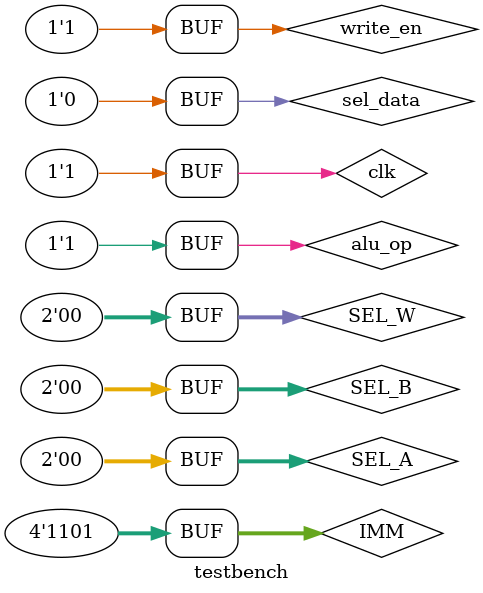
<source format=v>
`timescale 1 ns/1 ns	//time scale for simulation

module testbench;
   reg [1:0] SEL_A;
   reg [1:0] SEL_B;
   reg [1:0] SEL_W;
   reg [3:0] IMM;
   reg clk;
   reg sel_data;
   reg write_en;
   reg alu_op;
   wire [3:0] R3;
   wire [3:0] R2;
   wire [3:0] R1;
   wire [3:0] R0;

   datapath datapath_0(.SEL_A(SEL_A), .SEL_B(SEL_B), .SEL_W(SEL_W),
                       .IMM(IMM), .clk(clk), .sel_data(sel_data), .write_en(write_en),
                       .alu_op(alu_op), .R3(R3), .R2(R2), .R1(R1), .R0(R0));

   initial begin
      $dumpfile("test.vcd");
      $dumpvars(0, testbench);

      /*
       test 0.0
       assembly: push r0 #0
       start time: 0 ns
       */
      // SEL_A = 2'bxx;
      // SEL_B = 2'bxx;
      SEL_W = 2'b00;
      IMM = 4'b0000;
      clk = 0;
      sel_data = 1;
      write_en = 1;
      // alu_op = x;
      #103;
      clk = 1;
      #103;
      /*
       reg state:
        r0 = 4'b0000;
        r1 = 4'bxxxx;
        r2 = 4'bxxxx;
        r3 = 4'bxxxx;
       */
      
      /*
       test 0.1
       assembly: push r1 #-1
       start time: 206 ns
       */   
      // SEL_A = 2'bxx;
      // SEL_B = 2'bxx;
      SEL_W = 2'b01;
      IMM = 4'b1111;
      clk = 0;
      sel_data = 1;
      write_en = 1;
      // alu_op = x;
      #103;
      clk = 1;
      #103;
      /*
       reg state:
        r0 = 4'b0000;
        r1 = 4'b1111;
        r2 = 4'bxxxx;
        r3 = 4'bxxxx;
       */

      /*
       test 0.2
       assembly: push r2 #2
       start time: 412 ns
       */
      // SEL_A = 2'bxx;
      // SEL_B = 2'bxx;
      SEL_W = 2'b10;
      IMM = 4'b0010;
      clk = 0;
      sel_data = 1;
      write_en = 1;
      // alu_op = x;
      #103;
      clk = 1;
      #103;
      /*
       reg state:
        r0 = 4'b0000;
        r1 = 4'b1111;
        r2 = 4'b0010;
        r3 = 4'bxxxx;
       */

      /*
       test 0.3
       assembly: push r3 #-3
       start time: 618 ns
       */
      // SEL_A = 2'bxx;
      // SEL_B = 2'bxx;
      SEL_W = 2'b11;
      IMM = 4'b1101;
      clk = 0;
      sel_data = 1;
      write_en = 1;
      // alu_op = x;
      #103;
      clk = 1;
      #103;
      /*
       reg state:
        r0 = 4'b0000;
        r1 = 4'b1111;
        r2 = 4'b0010;
        r3 = 4'b1101;
       */

      /*
       test 1.0
       assembly: add r2 r1 r0
       start time: 824 ns
       */
      SEL_A = 2'b01;
      SEL_B = 2'b00;
      SEL_W = 2'b10;
      // IMM = 4'bxxxx;
      clk = 0;
      sel_data = 0;
      write_en = 1;
      alu_op = 0;
      #103;
      clk = 1;
      #103;
      /*
       reg state:
        r0 = 4'b0000;
        r1 = 4'b1111;
        r2 = 4'b1111;
        r3 = 4'b1101;
       */

      /*
       test 1.1
       assembly: add r3 r2 r1
       start time: 1030 ns
       */
      SEL_A = 2'b10;
      SEL_B = 2'b01;
      SEL_W = 2'b11;
      // IMM = 4'bxxxx;
      clk = 0;
      sel_data = 0;
      write_en = 1;
      alu_op = 0;
      #103;
      clk = 1;
      #103;
      /*
       reg state:
        r0 = 4'b0000;
        r1 = 4'b1111;
        r2 = 4'b1111;
        r3 = 4'b1110;
       */

      /*
       test 1.2
       assembly: add r1 r2 r2
       start time: 1236 ns
       */
      SEL_A = 2'b10;
      SEL_B = 2'b10;
      SEL_W = 2'b01;
      // IMM = 4'bxxxx;
      clk = 0;
      sel_data = 0;
      write_en = 1;
      alu_op = 0;
      #103;
      clk = 1;
      #103;
      /*
       reg state:
        r0 = 4'b0000;
        r1 = 4'b1110;
        r2 = 4'b1111;
        r3 = 4'b1110;
       */

      /*
       test 1.3
       assembly: add r3 r3 r3
       start time: 1442 ns
       */
      SEL_A = 2'b11;
      SEL_B = 2'b11;
      SEL_W = 2'b11;
      // IMM = 4'bxxxx;
      clk = 0;
      sel_data = 0;
      write_en = 1;
      alu_op = 0;
      #103;
      clk = 1;
      #103;
      /*
       reg state:
        r0 = 4'b0000;
        r1 = 4'b1110;
        r2 = 4'b1111;
        r3 = 4'b1100;
       */
      
      /*
       test 3
       assembly: noop
       start time: 1648
       */
      // SEL_A = 2'bxx;
      // SEL_B = 2'bxx;
      // SEL_W = 2'bxx;
      // IMM = 4'bxxxx;
      clk = 0;
      // sel_data = x;
      write_en = 0;
      // alu_op = x;
      #103;
      clk = 1;
      #103;
      /*
       reg state:
        r0 = 4'b0000;
        r1 = 4'b1110;
        r2 = 4'b1111;
        r3 = 4'b1100;
       */

      /*
       test 2.0
       assembly: nand r2 r1 r3
       start time: 1854
       */
      SEL_A = 2'b01;
      SEL_B = 2'b11;
      SEL_W = 2'b10;
      // IMM = 4'bxxxx;
      clk = 0;
      sel_data = 0;
      write_en = 1;
      alu_op = 1;
      #103;
      clk = 1;
      #103;
      /*
       reg state:
        r0 = 4'b0000;
        r1 = 4'b1110;
        r2 = 4'b0011;
        r3 = 4'b1100;
       */

      /*
       test 2.1
       assembly: nand r0 r2 r1
       start time: 2060 ns
       */
      SEL_A = 2'b10;
      SEL_B = 2'b01;
      SEL_W = 2'b00;
      // IMM = 4'bxxxx;
      clk = 0;
      sel_data = 0;
      write_en = 1;
      alu_op = 1;
      #103;
      clk = 1;
      #103;
      /*
       reg state:
        r0 = 4'b1101;
        r1 = 4'b1110;
        r2 = 4'b0011;
        r3 = 4'b1100;
       */

      /*
       test 2.2
       assembly: nand r3 r1 r3
       start time: 2266 ns
       */
      SEL_A = 2'b01;
      SEL_B = 2'b11;
      SEL_W = 2'b11;
      // IMM = 4'bxxxx;
      clk = 0;
      sel_data = 0;
      write_en = 1;
      alu_op = 1;
      #103;
      clk = 1;
      #103;
      /*
       reg state:
        r0 = 4'b1101;
        r1 = 4'b1110;
        r2 = 4'b0011;
        r3 = 4'b0011;
       */

      /*
       test 2.3
       assembly: nand r0 r0 r0
       start time: 2472 ns
       */      
      SEL_A = 2'b00;
      SEL_B = 2'b00;
      SEL_W = 2'b00;
      // IMM = 4'bxxxx;
      clk = 0;
      sel_data = 0;
      write_en = 1;
      alu_op = 1;
      #103;
      clk = 1;
      #103;
      /*
       reg state:
        r0 = 4'b0010;
        r1 = 4'b1110;
        r2 = 4'b0011;
        r3 = 4'b0011;
       */
   end
endmodule

</source>
